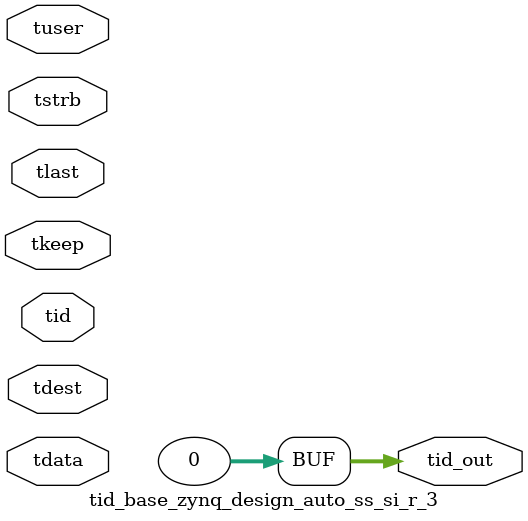
<source format=v>


`timescale 1ps/1ps

module tid_base_zynq_design_auto_ss_si_r_3 #
(
parameter C_S_AXIS_TID_WIDTH   = 1,
parameter C_S_AXIS_TUSER_WIDTH = 0,
parameter C_S_AXIS_TDATA_WIDTH = 0,
parameter C_S_AXIS_TDEST_WIDTH = 0,
parameter C_M_AXIS_TID_WIDTH   = 32
)
(
input  [(C_S_AXIS_TID_WIDTH   == 0 ? 1 : C_S_AXIS_TID_WIDTH)-1:0       ] tid,
input  [(C_S_AXIS_TDATA_WIDTH == 0 ? 1 : C_S_AXIS_TDATA_WIDTH)-1:0     ] tdata,
input  [(C_S_AXIS_TUSER_WIDTH == 0 ? 1 : C_S_AXIS_TUSER_WIDTH)-1:0     ] tuser,
input  [(C_S_AXIS_TDEST_WIDTH == 0 ? 1 : C_S_AXIS_TDEST_WIDTH)-1:0     ] tdest,
input  [(C_S_AXIS_TDATA_WIDTH/8)-1:0 ] tkeep,
input  [(C_S_AXIS_TDATA_WIDTH/8)-1:0 ] tstrb,
input                                                                    tlast,
output [(C_M_AXIS_TID_WIDTH   == 0 ? 1 : C_M_AXIS_TID_WIDTH)-1:0       ] tid_out
);

assign tid_out = {1'b0};

endmodule


</source>
